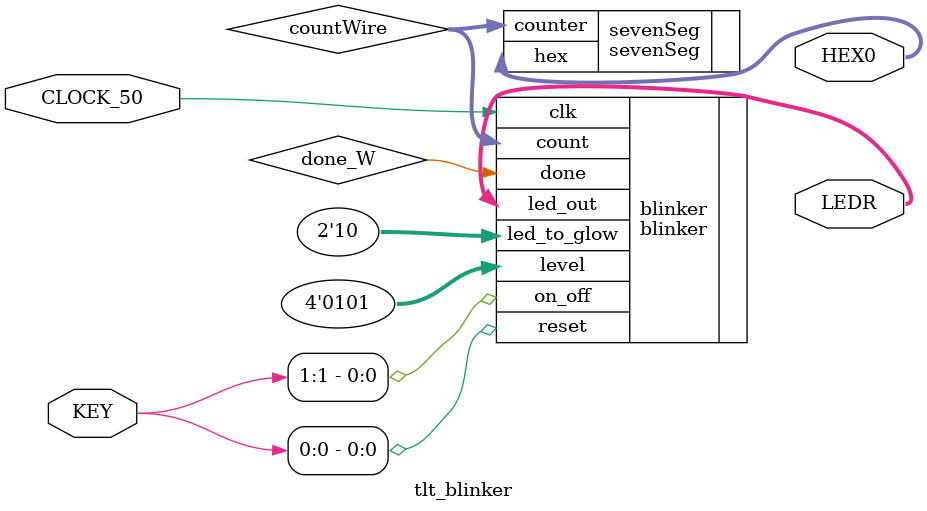
<source format=sv>
module tlt_blinker #( parameter hard_level = 4'd5,  parameter hard_led_to_glow = 2'd2, parameter ms=1_000_000)
(input logic CLOCK_50, input logic [3:0] KEY, output logic [9:0] LEDR, output logic [6:0] HEX0);

    // parameter  hard_level = 4'd6;
    // parameter hard_led_to_glow = 2'd2;
    wire [3:0] countWire ;
    wire done_W;



blinker #(ms) blinker(.clk(CLOCK_50),
    .reset(KEY[0]),
    .on_off(KEY[1]),
    .level(hard_level),        // level is coiming from the fsm 
   .led_to_glow(hard_led_to_glow),  // led_to_glow is coming from simple_memory

    .done(done_W),              // done is going to the fsm to indicate that the module is done blinking 
    .count(countWire),        // count is going to simple_memory as the address to read from
    .led_out(LEDR)      // led_out is going to the top level module
);


sevenSeg  sevenSeg(.counter(countWire),  .hex(HEX0));


endmodule
</source>
